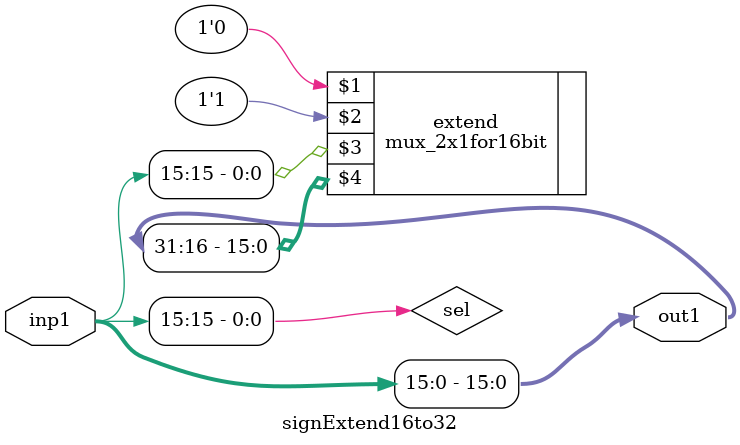
<source format=v>
module signExtend16to32(inp1,out1);

input [15:0]inp1;
output [31:0]out1;

wire sel =inp1[15];

mux_2x1for16bit extend(1'b0,1'b1,sel,out1[31:16]);
assign out1[15:0]=inp1;

endmodule
</source>
